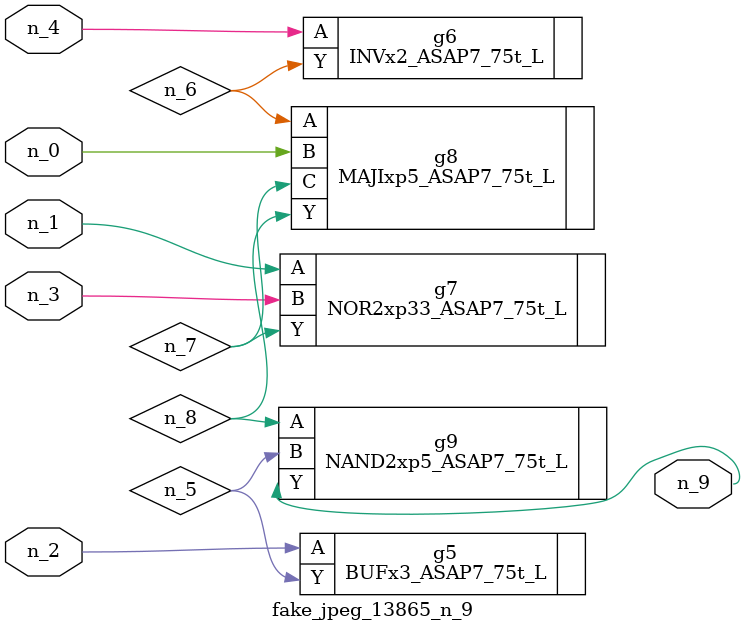
<source format=v>
module fake_jpeg_13865_n_9 (n_3, n_2, n_1, n_0, n_4, n_9);

input n_3;
input n_2;
input n_1;
input n_0;
input n_4;

output n_9;

wire n_8;
wire n_6;
wire n_5;
wire n_7;

BUFx3_ASAP7_75t_L g5 ( 
.A(n_2),
.Y(n_5)
);

INVx2_ASAP7_75t_L g6 ( 
.A(n_4),
.Y(n_6)
);

NOR2xp33_ASAP7_75t_L g7 ( 
.A(n_1),
.B(n_3),
.Y(n_7)
);

MAJIxp5_ASAP7_75t_L g8 ( 
.A(n_6),
.B(n_0),
.C(n_7),
.Y(n_8)
);

NAND2xp5_ASAP7_75t_L g9 ( 
.A(n_8),
.B(n_5),
.Y(n_9)
);


endmodule
</source>
